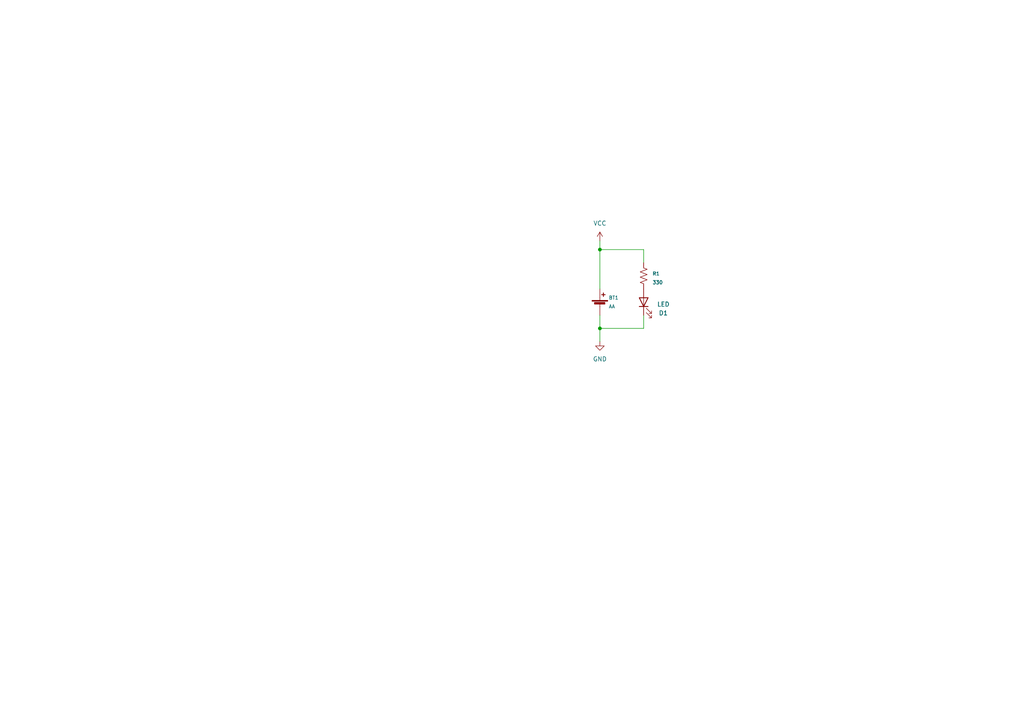
<source format=kicad_sch>
(kicad_sch (version 20211123) (generator eeschema)

  (uuid 9538e4ed-27e6-4c37-b989-9859dc0d49e8)

  (paper "A4")

  (lib_symbols
    (symbol "Device:Battery_Cell" (pin_numbers hide) (pin_names (offset 0) hide) (in_bom yes) (on_board yes)
      (property "Reference" "BT" (id 0) (at 2.54 2.54 0)
        (effects (font (size 1.27 1.27)) (justify left))
      )
      (property "Value" "Battery_Cell" (id 1) (at 2.54 0 0)
        (effects (font (size 1.27 1.27)) (justify left))
      )
      (property "Footprint" "" (id 2) (at 0 1.524 90)
        (effects (font (size 1.27 1.27)) hide)
      )
      (property "Datasheet" "~" (id 3) (at 0 1.524 90)
        (effects (font (size 1.27 1.27)) hide)
      )
      (property "ki_keywords" "battery cell" (id 4) (at 0 0 0)
        (effects (font (size 1.27 1.27)) hide)
      )
      (property "ki_description" "Single-cell battery" (id 5) (at 0 0 0)
        (effects (font (size 1.27 1.27)) hide)
      )
      (symbol "Battery_Cell_0_1"
        (rectangle (start -2.286 1.778) (end 2.286 1.524)
          (stroke (width 0) (type default) (color 0 0 0 0))
          (fill (type outline))
        )
        (rectangle (start -1.5748 1.1938) (end 1.4732 0.6858)
          (stroke (width 0) (type default) (color 0 0 0 0))
          (fill (type outline))
        )
        (polyline
          (pts
            (xy 0 0.762)
            (xy 0 0)
          )
          (stroke (width 0) (type default) (color 0 0 0 0))
          (fill (type none))
        )
        (polyline
          (pts
            (xy 0 1.778)
            (xy 0 2.54)
          )
          (stroke (width 0) (type default) (color 0 0 0 0))
          (fill (type none))
        )
        (polyline
          (pts
            (xy 0.508 3.429)
            (xy 1.524 3.429)
          )
          (stroke (width 0.254) (type default) (color 0 0 0 0))
          (fill (type none))
        )
        (polyline
          (pts
            (xy 1.016 3.937)
            (xy 1.016 2.921)
          )
          (stroke (width 0.254) (type default) (color 0 0 0 0))
          (fill (type none))
        )
      )
      (symbol "Battery_Cell_1_1"
        (pin passive line (at 0 5.08 270) (length 2.54)
          (name "+" (effects (font (size 1.27 1.27))))
          (number "1" (effects (font (size 1.27 1.27))))
        )
        (pin passive line (at 0 -2.54 90) (length 2.54)
          (name "-" (effects (font (size 1.27 1.27))))
          (number "2" (effects (font (size 1.27 1.27))))
        )
      )
    )
    (symbol "Device:LED" (pin_numbers hide) (pin_names (offset 1.016) hide) (in_bom yes) (on_board yes)
      (property "Reference" "D" (id 0) (at 0 2.54 0)
        (effects (font (size 1.27 1.27)))
      )
      (property "Value" "LED" (id 1) (at 0 -2.54 0)
        (effects (font (size 1.27 1.27)))
      )
      (property "Footprint" "" (id 2) (at 0 0 0)
        (effects (font (size 1.27 1.27)) hide)
      )
      (property "Datasheet" "~" (id 3) (at 0 0 0)
        (effects (font (size 1.27 1.27)) hide)
      )
      (property "ki_keywords" "LED diode" (id 4) (at 0 0 0)
        (effects (font (size 1.27 1.27)) hide)
      )
      (property "ki_description" "Light emitting diode" (id 5) (at 0 0 0)
        (effects (font (size 1.27 1.27)) hide)
      )
      (property "ki_fp_filters" "LED* LED_SMD:* LED_THT:*" (id 6) (at 0 0 0)
        (effects (font (size 1.27 1.27)) hide)
      )
      (symbol "LED_0_1"
        (polyline
          (pts
            (xy -1.27 -1.27)
            (xy -1.27 1.27)
          )
          (stroke (width 0.254) (type default) (color 0 0 0 0))
          (fill (type none))
        )
        (polyline
          (pts
            (xy -1.27 0)
            (xy 1.27 0)
          )
          (stroke (width 0) (type default) (color 0 0 0 0))
          (fill (type none))
        )
        (polyline
          (pts
            (xy 1.27 -1.27)
            (xy 1.27 1.27)
            (xy -1.27 0)
            (xy 1.27 -1.27)
          )
          (stroke (width 0.254) (type default) (color 0 0 0 0))
          (fill (type none))
        )
        (polyline
          (pts
            (xy -3.048 -0.762)
            (xy -4.572 -2.286)
            (xy -3.81 -2.286)
            (xy -4.572 -2.286)
            (xy -4.572 -1.524)
          )
          (stroke (width 0) (type default) (color 0 0 0 0))
          (fill (type none))
        )
        (polyline
          (pts
            (xy -1.778 -0.762)
            (xy -3.302 -2.286)
            (xy -2.54 -2.286)
            (xy -3.302 -2.286)
            (xy -3.302 -1.524)
          )
          (stroke (width 0) (type default) (color 0 0 0 0))
          (fill (type none))
        )
      )
      (symbol "LED_1_1"
        (pin passive line (at -3.81 0 0) (length 2.54)
          (name "K" (effects (font (size 1.27 1.27))))
          (number "1" (effects (font (size 1.27 1.27))))
        )
        (pin passive line (at 3.81 0 180) (length 2.54)
          (name "A" (effects (font (size 1.27 1.27))))
          (number "2" (effects (font (size 1.27 1.27))))
        )
      )
    )
    (symbol "Device:R_US" (pin_numbers hide) (pin_names (offset 0)) (in_bom yes) (on_board yes)
      (property "Reference" "R" (id 0) (at 2.54 0 90)
        (effects (font (size 1.27 1.27)))
      )
      (property "Value" "R_US" (id 1) (at -2.54 0 90)
        (effects (font (size 1.27 1.27)))
      )
      (property "Footprint" "" (id 2) (at 1.016 -0.254 90)
        (effects (font (size 1.27 1.27)) hide)
      )
      (property "Datasheet" "~" (id 3) (at 0 0 0)
        (effects (font (size 1.27 1.27)) hide)
      )
      (property "ki_keywords" "R res resistor" (id 4) (at 0 0 0)
        (effects (font (size 1.27 1.27)) hide)
      )
      (property "ki_description" "Resistor, US symbol" (id 5) (at 0 0 0)
        (effects (font (size 1.27 1.27)) hide)
      )
      (property "ki_fp_filters" "R_*" (id 6) (at 0 0 0)
        (effects (font (size 1.27 1.27)) hide)
      )
      (symbol "R_US_0_1"
        (polyline
          (pts
            (xy 0 -2.286)
            (xy 0 -2.54)
          )
          (stroke (width 0) (type default) (color 0 0 0 0))
          (fill (type none))
        )
        (polyline
          (pts
            (xy 0 2.286)
            (xy 0 2.54)
          )
          (stroke (width 0) (type default) (color 0 0 0 0))
          (fill (type none))
        )
        (polyline
          (pts
            (xy 0 -0.762)
            (xy 1.016 -1.143)
            (xy 0 -1.524)
            (xy -1.016 -1.905)
            (xy 0 -2.286)
          )
          (stroke (width 0) (type default) (color 0 0 0 0))
          (fill (type none))
        )
        (polyline
          (pts
            (xy 0 0.762)
            (xy 1.016 0.381)
            (xy 0 0)
            (xy -1.016 -0.381)
            (xy 0 -0.762)
          )
          (stroke (width 0) (type default) (color 0 0 0 0))
          (fill (type none))
        )
        (polyline
          (pts
            (xy 0 2.286)
            (xy 1.016 1.905)
            (xy 0 1.524)
            (xy -1.016 1.143)
            (xy 0 0.762)
          )
          (stroke (width 0) (type default) (color 0 0 0 0))
          (fill (type none))
        )
      )
      (symbol "R_US_1_1"
        (pin passive line (at 0 3.81 270) (length 1.27)
          (name "~" (effects (font (size 1.27 1.27))))
          (number "1" (effects (font (size 1.27 1.27))))
        )
        (pin passive line (at 0 -3.81 90) (length 1.27)
          (name "~" (effects (font (size 1.27 1.27))))
          (number "2" (effects (font (size 1.27 1.27))))
        )
      )
    )
    (symbol "power:GND" (power) (pin_names (offset 0)) (in_bom yes) (on_board yes)
      (property "Reference" "#PWR" (id 0) (at 0 -6.35 0)
        (effects (font (size 1.27 1.27)) hide)
      )
      (property "Value" "GND" (id 1) (at 0 -3.81 0)
        (effects (font (size 1.27 1.27)))
      )
      (property "Footprint" "" (id 2) (at 0 0 0)
        (effects (font (size 1.27 1.27)) hide)
      )
      (property "Datasheet" "" (id 3) (at 0 0 0)
        (effects (font (size 1.27 1.27)) hide)
      )
      (property "ki_keywords" "power-flag" (id 4) (at 0 0 0)
        (effects (font (size 1.27 1.27)) hide)
      )
      (property "ki_description" "Power symbol creates a global label with name \"GND\" , ground" (id 5) (at 0 0 0)
        (effects (font (size 1.27 1.27)) hide)
      )
      (symbol "GND_0_1"
        (polyline
          (pts
            (xy 0 0)
            (xy 0 -1.27)
            (xy 1.27 -1.27)
            (xy 0 -2.54)
            (xy -1.27 -1.27)
            (xy 0 -1.27)
          )
          (stroke (width 0) (type default) (color 0 0 0 0))
          (fill (type none))
        )
      )
      (symbol "GND_1_1"
        (pin power_in line (at 0 0 270) (length 0) hide
          (name "GND" (effects (font (size 1.27 1.27))))
          (number "1" (effects (font (size 1.27 1.27))))
        )
      )
    )
    (symbol "power:VCC" (power) (pin_names (offset 0)) (in_bom yes) (on_board yes)
      (property "Reference" "#PWR" (id 0) (at 0 -3.81 0)
        (effects (font (size 1.27 1.27)) hide)
      )
      (property "Value" "VCC" (id 1) (at 0 3.81 0)
        (effects (font (size 1.27 1.27)))
      )
      (property "Footprint" "" (id 2) (at 0 0 0)
        (effects (font (size 1.27 1.27)) hide)
      )
      (property "Datasheet" "" (id 3) (at 0 0 0)
        (effects (font (size 1.27 1.27)) hide)
      )
      (property "ki_keywords" "power-flag" (id 4) (at 0 0 0)
        (effects (font (size 1.27 1.27)) hide)
      )
      (property "ki_description" "Power symbol creates a global label with name \"VCC\"" (id 5) (at 0 0 0)
        (effects (font (size 1.27 1.27)) hide)
      )
      (symbol "VCC_0_1"
        (polyline
          (pts
            (xy -0.762 1.27)
            (xy 0 2.54)
          )
          (stroke (width 0) (type default) (color 0 0 0 0))
          (fill (type none))
        )
        (polyline
          (pts
            (xy 0 0)
            (xy 0 2.54)
          )
          (stroke (width 0) (type default) (color 0 0 0 0))
          (fill (type none))
        )
        (polyline
          (pts
            (xy 0 2.54)
            (xy 0.762 1.27)
          )
          (stroke (width 0) (type default) (color 0 0 0 0))
          (fill (type none))
        )
      )
      (symbol "VCC_1_1"
        (pin power_in line (at 0 0 90) (length 0) hide
          (name "VCC" (effects (font (size 1.27 1.27))))
          (number "1" (effects (font (size 1.27 1.27))))
        )
      )
    )
  )

  (junction (at 173.99 95.25) (diameter 0) (color 0 0 0 0)
    (uuid 2a386121-8426-44bc-af8b-c720e16e115d)
  )
  (junction (at 173.99 72.39) (diameter 0) (color 0 0 0 0)
    (uuid f418d610-9002-4606-96e8-5a8710f7d72d)
  )

  (wire (pts (xy 173.99 95.25) (xy 173.99 99.06))
    (stroke (width 0) (type default) (color 0 0 0 0))
    (uuid 0340df6e-1723-4827-8266-f6fd51c90368)
  )
  (wire (pts (xy 186.69 72.39) (xy 173.99 72.39))
    (stroke (width 0) (type default) (color 0 0 0 0))
    (uuid 1d3bc530-9373-41c0-8b21-0d955acc1874)
  )
  (wire (pts (xy 173.99 69.85) (xy 173.99 72.39))
    (stroke (width 0) (type default) (color 0 0 0 0))
    (uuid 3026585a-bd33-4519-8ae8-7941c22d59a6)
  )
  (wire (pts (xy 173.99 95.25) (xy 186.69 95.25))
    (stroke (width 0) (type default) (color 0 0 0 0))
    (uuid 4e0542f7-6686-4c95-90bd-62e06cc6760f)
  )
  (wire (pts (xy 186.69 91.44) (xy 186.69 95.25))
    (stroke (width 0) (type default) (color 0 0 0 0))
    (uuid 989c26f3-10bc-445f-967e-e05cec884e63)
  )
  (wire (pts (xy 173.99 72.39) (xy 173.99 83.82))
    (stroke (width 0) (type default) (color 0 0 0 0))
    (uuid a505ae1f-e2da-468d-ae02-a7eb587d582d)
  )
  (wire (pts (xy 173.99 91.44) (xy 173.99 95.25))
    (stroke (width 0) (type default) (color 0 0 0 0))
    (uuid b031bea6-30ce-432e-b9c7-87a446a899c6)
  )
  (wire (pts (xy 186.69 76.2) (xy 186.69 72.39))
    (stroke (width 0) (type default) (color 0 0 0 0))
    (uuid ce988635-8936-4a11-b281-59db5f8e5a98)
  )

  (symbol (lib_id "power:GND") (at 173.99 99.06 0) (unit 1)
    (in_bom yes) (on_board yes) (fields_autoplaced)
    (uuid 1229666c-2d16-47a4-9ea0-6f52a62f45c7)
    (property "Reference" "#PWR?" (id 0) (at 173.99 105.41 0)
      (effects (font (size 1.27 1.27)) hide)
    )
    (property "Value" "" (id 1) (at 173.99 104.14 0))
    (property "Footprint" "" (id 2) (at 173.99 99.06 0)
      (effects (font (size 1.27 1.27)) hide)
    )
    (property "Datasheet" "" (id 3) (at 173.99 99.06 0)
      (effects (font (size 1.27 1.27)) hide)
    )
    (pin "1" (uuid 500b8546-e16a-470a-a6c0-6857508d9ee2))
  )

  (symbol (lib_id "Device:Battery_Cell") (at 173.99 88.9 0) (unit 1)
    (in_bom yes) (on_board yes)
    (uuid 17f05593-7760-4dc6-8ea7-f0bddb0d4819)
    (property "Reference" "BT1" (id 0) (at 176.53 86.36 0)
      (effects (font (size 1 1)) (justify left))
    )
    (property "Value" "" (id 1) (at 176.53 88.9 0)
      (effects (font (size 1 1)) (justify left))
    )
    (property "Footprint" "" (id 2) (at 173.99 87.376 90)
      (effects (font (size 1.27 1.27)) hide)
    )
    (property "Datasheet" "~" (id 3) (at 173.99 87.376 90)
      (effects (font (size 1.27 1.27)) hide)
    )
    (pin "1" (uuid b0b9bb99-f602-42a6-9143-b2ced8eceae9))
    (pin "2" (uuid 8012961b-fa78-464d-868e-44cabb6c730d))
  )

  (symbol (lib_id "Device:R_US") (at 186.69 80.01 0) (unit 1)
    (in_bom yes) (on_board yes) (fields_autoplaced)
    (uuid 765e555d-a498-4dd5-aa0b-375705c9e915)
    (property "Reference" "R1" (id 0) (at 189.23 79.375 0)
      (effects (font (size 1 1)) (justify left))
    )
    (property "Value" "" (id 1) (at 189.23 81.915 0)
      (effects (font (size 1 1)) (justify left))
    )
    (property "Footprint" "" (id 2) (at 187.706 80.264 90)
      (effects (font (size 0.5 0.5)) hide)
    )
    (property "Datasheet" "~" (id 3) (at 186.69 80.01 0)
      (effects (font (size 0.5 0.5)) hide)
    )
    (pin "1" (uuid 6a2ea332-1188-43c7-80a8-a9c2fec692fa))
    (pin "2" (uuid ffd954a7-e8c7-42f5-b96b-e384efc7827c))
  )

  (symbol (lib_id "Device:LED") (at 186.69 87.63 90) (unit 1)
    (in_bom yes) (on_board yes)
    (uuid 84684dd0-00ad-472d-a60f-437f4b81abb9)
    (property "Reference" "D1" (id 0) (at 192.405 90.805 90))
    (property "Value" "" (id 1) (at 192.405 88.265 90))
    (property "Footprint" "" (id 2) (at 186.69 87.63 0)
      (effects (font (size 1.27 1.27)) hide)
    )
    (property "Datasheet" "~" (id 3) (at 186.69 87.63 0)
      (effects (font (size 1.27 1.27)) hide)
    )
    (pin "1" (uuid 8b96090d-b4d8-4ead-90c7-6d1160d99cb0))
    (pin "2" (uuid 0993e029-760e-413b-b49e-637a97113336))
  )

  (symbol (lib_id "power:VCC") (at 173.99 69.85 0) (unit 1)
    (in_bom yes) (on_board yes) (fields_autoplaced)
    (uuid 9fce802a-35ff-42b4-8f5c-8e543e67e0f1)
    (property "Reference" "#PWR?" (id 0) (at 173.99 73.66 0)
      (effects (font (size 1.27 1.27)) hide)
    )
    (property "Value" "" (id 1) (at 173.99 64.77 0))
    (property "Footprint" "" (id 2) (at 173.99 69.85 0)
      (effects (font (size 1.27 1.27)) hide)
    )
    (property "Datasheet" "" (id 3) (at 173.99 69.85 0)
      (effects (font (size 1.27 1.27)) hide)
    )
    (pin "1" (uuid c9ccf2ae-492e-4a09-8927-d20ff66e5923))
  )

  (sheet_instances
    (path "/" (page "1"))
  )

  (symbol_instances
    (path "/1229666c-2d16-47a4-9ea0-6f52a62f45c7"
      (reference "#PWR?") (unit 1) (value "GND") (footprint "")
    )
    (path "/9fce802a-35ff-42b4-8f5c-8e543e67e0f1"
      (reference "#PWR?") (unit 1) (value "VCC") (footprint "")
    )
    (path "/17f05593-7760-4dc6-8ea7-f0bddb0d4819"
      (reference "BT1") (unit 1) (value "AA") (footprint "")
    )
    (path "/84684dd0-00ad-472d-a60f-437f4b81abb9"
      (reference "D1") (unit 1) (value "LED") (footprint "")
    )
    (path "/765e555d-a498-4dd5-aa0b-375705c9e915"
      (reference "R1") (unit 1) (value "330") (footprint "")
    )
  )
)

</source>
